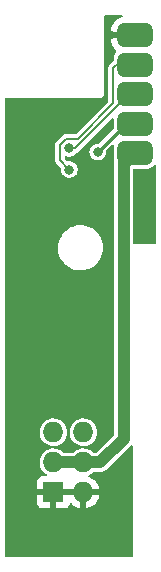
<source format=gbr>
G04 #@! TF.GenerationSoftware,KiCad,Pcbnew,(6.0.1-0)*
G04 #@! TF.CreationDate,2022-08-23T11:55:35-04:00*
G04 #@! TF.ProjectId,feederFloor,66656564-6572-4466-9c6f-6f722e6b6963,rev?*
G04 #@! TF.SameCoordinates,Original*
G04 #@! TF.FileFunction,Copper,L2,Bot*
G04 #@! TF.FilePolarity,Positive*
%FSLAX46Y46*%
G04 Gerber Fmt 4.6, Leading zero omitted, Abs format (unit mm)*
G04 Created by KiCad (PCBNEW (6.0.1-0)) date 2022-08-23 11:55:35*
%MOMM*%
%LPD*%
G01*
G04 APERTURE LIST*
G04 Aperture macros list*
%AMRoundRect*
0 Rectangle with rounded corners*
0 $1 Rounding radius*
0 $2 $3 $4 $5 $6 $7 $8 $9 X,Y pos of 4 corners*
0 Add a 4 corners polygon primitive as box body*
4,1,4,$2,$3,$4,$5,$6,$7,$8,$9,$2,$3,0*
0 Add four circle primitives for the rounded corners*
1,1,$1+$1,$2,$3*
1,1,$1+$1,$4,$5*
1,1,$1+$1,$6,$7*
1,1,$1+$1,$8,$9*
0 Add four rect primitives between the rounded corners*
20,1,$1+$1,$2,$3,$4,$5,0*
20,1,$1+$1,$4,$5,$6,$7,0*
20,1,$1+$1,$6,$7,$8,$9,0*
20,1,$1+$1,$8,$9,$2,$3,0*%
G04 Aperture macros list end*
G04 #@! TA.AperFunction,ComponentPad*
%ADD10R,1.727200X1.727200*%
G04 #@! TD*
G04 #@! TA.AperFunction,ComponentPad*
%ADD11O,1.727200X1.727200*%
G04 #@! TD*
G04 #@! TA.AperFunction,SMDPad,CuDef*
%ADD12RoundRect,0.500000X-1.000000X0.500000X-1.000000X-0.500000X1.000000X-0.500000X1.000000X0.500000X0*%
G04 #@! TD*
G04 #@! TA.AperFunction,ViaPad*
%ADD13C,0.800000*%
G04 #@! TD*
G04 #@! TA.AperFunction,Conductor*
%ADD14C,0.250000*%
G04 #@! TD*
G04 #@! TA.AperFunction,Conductor*
%ADD15C,1.000000*%
G04 #@! TD*
G04 #@! TA.AperFunction,Conductor*
%ADD16C,0.200000*%
G04 #@! TD*
G04 APERTURE END LIST*
D10*
X25650114Y-65813687D03*
D11*
X28190114Y-65813687D03*
X25650114Y-63273687D03*
X28190114Y-63273687D03*
X25650114Y-60733687D03*
X28190114Y-60733687D03*
D12*
X32550114Y-27113687D03*
X32550114Y-29613687D03*
X32550114Y-32113687D03*
X32550114Y-34613687D03*
X32550114Y-37113687D03*
D13*
X28100000Y-33000000D03*
X30400000Y-28400000D03*
X30400000Y-27100000D03*
X30400000Y-25900000D03*
X33400000Y-43800000D03*
X29200000Y-33000000D03*
X27000000Y-33000000D03*
X29400000Y-37000000D03*
X27000000Y-36700000D03*
X27000000Y-38500000D03*
D14*
X31786313Y-34613687D02*
X29400000Y-37000000D01*
X32550114Y-34613687D02*
X31786313Y-34613687D01*
D15*
X32550114Y-37113687D02*
X31600000Y-38063801D01*
X29626313Y-63273687D02*
X28190114Y-63273687D01*
X31600000Y-38063801D02*
X31600000Y-61300000D01*
X25650114Y-63273687D02*
X28190114Y-63273687D01*
X31600000Y-61300000D02*
X29626313Y-63273687D01*
D16*
X27000000Y-36700000D02*
X27500000Y-36700000D01*
X32086313Y-32113687D02*
X32550114Y-32113687D01*
X27500000Y-36700000D02*
X32086313Y-32113687D01*
X30700000Y-29900000D02*
X30986313Y-29613687D01*
X26200000Y-36400000D02*
X26700000Y-35900000D01*
X26200000Y-37700000D02*
X26200000Y-36400000D01*
X30986313Y-29613687D02*
X32550114Y-29613687D01*
X27700000Y-35900000D02*
X30700000Y-32900000D01*
X30700000Y-32900000D02*
X30700000Y-29900000D01*
X26700000Y-35900000D02*
X27700000Y-35900000D01*
X27000000Y-38500000D02*
X26200000Y-37700000D01*
G04 #@! TA.AperFunction,Conductor*
G36*
X31467836Y-25432594D02*
G01*
X31503800Y-25482094D01*
X31503800Y-25543280D01*
X31467836Y-25592780D01*
X31429213Y-25609734D01*
X31258721Y-25644111D01*
X31249509Y-25646928D01*
X31075951Y-25719173D01*
X31067449Y-25723732D01*
X30911235Y-25828309D01*
X30903790Y-25834423D01*
X30770850Y-25967363D01*
X30764736Y-25974808D01*
X30660159Y-26131022D01*
X30655600Y-26139524D01*
X30583355Y-26313082D01*
X30580538Y-26322294D01*
X30543147Y-26507735D01*
X30542236Y-26514993D01*
X30542177Y-26516160D01*
X30542114Y-26518640D01*
X30542114Y-26844007D01*
X30546236Y-26856692D01*
X30550357Y-26859687D01*
X32705114Y-26859687D01*
X32763305Y-26878594D01*
X32799269Y-26928094D01*
X32804114Y-26958687D01*
X32804114Y-27268687D01*
X32785207Y-27326878D01*
X32735707Y-27362842D01*
X32705114Y-27367687D01*
X30557794Y-27367687D01*
X30545109Y-27371809D01*
X30542114Y-27375930D01*
X30542114Y-27708718D01*
X30542177Y-27711214D01*
X30542236Y-27712381D01*
X30543147Y-27719639D01*
X30580538Y-27905080D01*
X30583355Y-27914292D01*
X30655600Y-28087850D01*
X30660159Y-28096352D01*
X30764736Y-28252566D01*
X30770850Y-28260011D01*
X30903790Y-28392951D01*
X30911232Y-28399063D01*
X30942345Y-28419891D01*
X30980183Y-28467974D01*
X30982533Y-28529114D01*
X30964643Y-28563923D01*
X30868450Y-28684421D01*
X30790287Y-28846110D01*
X30749888Y-29021098D01*
X30749614Y-29025850D01*
X30749614Y-29242985D01*
X30730707Y-29301176D01*
X30720618Y-29312989D01*
X30394516Y-29639091D01*
X30394513Y-29639095D01*
X30371950Y-29661658D01*
X30360998Y-29683154D01*
X30352884Y-29696393D01*
X30338704Y-29715910D01*
X30336296Y-29723321D01*
X30331248Y-29738857D01*
X30325305Y-29753203D01*
X30314354Y-29774696D01*
X30313136Y-29782389D01*
X30313135Y-29782391D01*
X30310581Y-29798519D01*
X30306956Y-29813620D01*
X30299500Y-29836567D01*
X30299500Y-32693099D01*
X30280593Y-32751290D01*
X30270504Y-32763103D01*
X27563103Y-35470504D01*
X27508586Y-35498281D01*
X27493099Y-35499500D01*
X26636567Y-35499500D01*
X26613620Y-35506956D01*
X26598519Y-35510581D01*
X26582391Y-35513135D01*
X26582389Y-35513136D01*
X26574696Y-35514354D01*
X26553201Y-35525306D01*
X26538855Y-35531249D01*
X26523320Y-35536296D01*
X26523316Y-35536298D01*
X26515911Y-35538704D01*
X26496390Y-35552887D01*
X26483151Y-35560999D01*
X26468597Y-35568414D01*
X26468595Y-35568416D01*
X26461658Y-35571950D01*
X26439095Y-35594513D01*
X26439091Y-35594516D01*
X25894516Y-36139091D01*
X25894513Y-36139095D01*
X25871950Y-36161658D01*
X25860998Y-36183154D01*
X25852884Y-36196393D01*
X25838704Y-36215910D01*
X25836296Y-36223321D01*
X25831248Y-36238857D01*
X25825305Y-36253203D01*
X25814354Y-36274696D01*
X25813136Y-36282389D01*
X25813135Y-36282391D01*
X25810581Y-36298519D01*
X25806956Y-36313620D01*
X25799500Y-36336567D01*
X25799500Y-37763433D01*
X25806955Y-37786375D01*
X25810581Y-37801481D01*
X25811833Y-37809383D01*
X25814354Y-37825304D01*
X25825305Y-37846797D01*
X25831248Y-37861143D01*
X25838704Y-37884090D01*
X25843285Y-37890395D01*
X25852883Y-37903605D01*
X25860998Y-37916846D01*
X25871950Y-37938342D01*
X25894513Y-37960905D01*
X25894516Y-37960909D01*
X26275208Y-38341601D01*
X26302985Y-38396118D01*
X26303357Y-38424526D01*
X26299346Y-38454996D01*
X26294394Y-38492611D01*
X26295049Y-38498544D01*
X26295049Y-38498548D01*
X26296841Y-38514778D01*
X26312999Y-38661135D01*
X26371266Y-38820356D01*
X26374591Y-38825305D01*
X26374592Y-38825306D01*
X26387689Y-38844796D01*
X26465830Y-38961083D01*
X26591233Y-39075191D01*
X26740235Y-39156092D01*
X26775189Y-39165262D01*
X26898464Y-39197603D01*
X26898468Y-39197604D01*
X26904233Y-39199116D01*
X26910194Y-39199210D01*
X26910197Y-39199210D01*
X26988965Y-39200447D01*
X27073760Y-39201779D01*
X27079575Y-39200447D01*
X27079577Y-39200447D01*
X27233206Y-39165262D01*
X27233209Y-39165261D01*
X27239029Y-39163928D01*
X27254610Y-39156092D01*
X27385165Y-39090429D01*
X27390498Y-39087747D01*
X27395035Y-39083872D01*
X27395038Y-39083870D01*
X27514888Y-38981508D01*
X27514891Y-38981505D01*
X27519423Y-38977634D01*
X27618361Y-38839947D01*
X27681601Y-38682634D01*
X27705490Y-38514778D01*
X27705645Y-38500000D01*
X27690489Y-38374758D01*
X27685993Y-38337602D01*
X27685992Y-38337599D01*
X27685276Y-38331680D01*
X27625345Y-38173077D01*
X27611121Y-38152380D01*
X27532692Y-38038267D01*
X27529312Y-38033349D01*
X27402721Y-37920560D01*
X27395724Y-37916855D01*
X27345749Y-37890395D01*
X27252881Y-37841224D01*
X27158867Y-37817609D01*
X27094231Y-37801373D01*
X27094228Y-37801373D01*
X27088441Y-37799919D01*
X27001133Y-37799462D01*
X26924859Y-37799062D01*
X26924857Y-37799062D01*
X26918895Y-37799031D01*
X26917450Y-37799378D01*
X26859178Y-37787627D01*
X26837775Y-37771382D01*
X26629496Y-37563103D01*
X26601719Y-37508586D01*
X26600500Y-37493099D01*
X26600500Y-37445670D01*
X26619407Y-37387479D01*
X26668907Y-37351515D01*
X26730093Y-37351515D01*
X26735179Y-37353347D01*
X26740235Y-37356092D01*
X26822234Y-37377604D01*
X26898464Y-37397603D01*
X26898468Y-37397604D01*
X26904233Y-37399116D01*
X26910194Y-37399210D01*
X26910197Y-37399210D01*
X26988996Y-37400447D01*
X27073760Y-37401779D01*
X27079575Y-37400447D01*
X27079577Y-37400447D01*
X27233206Y-37365262D01*
X27233209Y-37365261D01*
X27239029Y-37363928D01*
X27254610Y-37356092D01*
X27325662Y-37320356D01*
X27390498Y-37287747D01*
X27395035Y-37283872D01*
X27395038Y-37283870D01*
X27514888Y-37181508D01*
X27514891Y-37181505D01*
X27519423Y-37177634D01*
X27556309Y-37126302D01*
X27605619Y-37090081D01*
X27613898Y-37088070D01*
X27617606Y-37086865D01*
X27625304Y-37085646D01*
X27646797Y-37074695D01*
X27661143Y-37068752D01*
X27676679Y-37063704D01*
X27684090Y-37061296D01*
X27703607Y-37047116D01*
X27716846Y-37039002D01*
X27738342Y-37028050D01*
X27760905Y-37005487D01*
X27760909Y-37005484D01*
X30580610Y-34185783D01*
X30635127Y-34158006D01*
X30695559Y-34167577D01*
X30738824Y-34210842D01*
X30749614Y-34255787D01*
X30749615Y-35007630D01*
X30730708Y-35065821D01*
X30720619Y-35077634D01*
X29527493Y-36270759D01*
X29472976Y-36298536D01*
X29456971Y-36299754D01*
X29324861Y-36299062D01*
X29324859Y-36299062D01*
X29318895Y-36299031D01*
X29313099Y-36300423D01*
X29313095Y-36300423D01*
X29205703Y-36326207D01*
X29154032Y-36338612D01*
X29078700Y-36377494D01*
X29008675Y-36413636D01*
X29008673Y-36413638D01*
X29003369Y-36416375D01*
X28875604Y-36527831D01*
X28778113Y-36666547D01*
X28716524Y-36824513D01*
X28694394Y-36992611D01*
X28695049Y-36998544D01*
X28695049Y-36998548D01*
X28712344Y-37155204D01*
X28712999Y-37161135D01*
X28771266Y-37320356D01*
X28774591Y-37325305D01*
X28774592Y-37325306D01*
X28787689Y-37344796D01*
X28865830Y-37461083D01*
X28991233Y-37575191D01*
X29140235Y-37656092D01*
X29175189Y-37665262D01*
X29298464Y-37697603D01*
X29298468Y-37697604D01*
X29304233Y-37699116D01*
X29310194Y-37699210D01*
X29310197Y-37699210D01*
X29388965Y-37700447D01*
X29473760Y-37701779D01*
X29479575Y-37700447D01*
X29479577Y-37700447D01*
X29633206Y-37665262D01*
X29633209Y-37665261D01*
X29639029Y-37663928D01*
X29654610Y-37656092D01*
X29785165Y-37590429D01*
X29790498Y-37587747D01*
X29795035Y-37583872D01*
X29795038Y-37583870D01*
X29914888Y-37481508D01*
X29914891Y-37481505D01*
X29919423Y-37477634D01*
X29934875Y-37456130D01*
X30014877Y-37344796D01*
X30014878Y-37344794D01*
X30018361Y-37339947D01*
X30038268Y-37290429D01*
X30079377Y-37188167D01*
X30079378Y-37188165D01*
X30081601Y-37182634D01*
X30094773Y-37090081D01*
X30105034Y-37017985D01*
X30105034Y-37017979D01*
X30105490Y-37014778D01*
X30105645Y-37000000D01*
X30100217Y-36955149D01*
X30111996Y-36895110D01*
X30128496Y-36873252D01*
X30586572Y-36415176D01*
X30641089Y-36387399D01*
X30701521Y-36396970D01*
X30744786Y-36440235D01*
X30754357Y-36500667D01*
X30753038Y-36507451D01*
X30750831Y-36517011D01*
X30750830Y-36517017D01*
X30749888Y-36521098D01*
X30749614Y-36525850D01*
X30749615Y-37701523D01*
X30749888Y-37706276D01*
X30750830Y-37710357D01*
X30750831Y-37710363D01*
X30778970Y-37832244D01*
X30790287Y-37881264D01*
X30795588Y-37892230D01*
X30802919Y-37957590D01*
X30801018Y-37965821D01*
X30801017Y-37965826D01*
X30799774Y-37971212D01*
X30799755Y-37976746D01*
X30799634Y-38011282D01*
X30799601Y-38012282D01*
X30799500Y-38013084D01*
X30799500Y-38049693D01*
X30799147Y-38150801D01*
X30799406Y-38151960D01*
X30799500Y-38153695D01*
X30799500Y-60927414D01*
X30780593Y-60985605D01*
X30770504Y-60997418D01*
X29323731Y-62444191D01*
X29269214Y-62471968D01*
X29253727Y-62473187D01*
X29077944Y-62473187D01*
X29019753Y-62454280D01*
X29010743Y-62446885D01*
X28977154Y-62415836D01*
X28901809Y-62346188D01*
X28877537Y-62330873D01*
X28724705Y-62234444D01*
X28720868Y-62232023D01*
X28522153Y-62152743D01*
X28312317Y-62111004D01*
X28205352Y-62109604D01*
X28102927Y-62108263D01*
X28102923Y-62108263D01*
X28098388Y-62108204D01*
X28093913Y-62108973D01*
X28093912Y-62108973D01*
X27892001Y-62143668D01*
X27887532Y-62144436D01*
X27795375Y-62178434D01*
X27691072Y-62216913D01*
X27691069Y-62216914D01*
X27686809Y-62218486D01*
X27682906Y-62220808D01*
X27682904Y-62220809D01*
X27664055Y-62232023D01*
X27502942Y-62327876D01*
X27499527Y-62330871D01*
X27499524Y-62330873D01*
X27365261Y-62448619D01*
X27309045Y-62472772D01*
X27299986Y-62473187D01*
X26537944Y-62473187D01*
X26479753Y-62454280D01*
X26470743Y-62446885D01*
X26437154Y-62415836D01*
X26361809Y-62346188D01*
X26337537Y-62330873D01*
X26184705Y-62234444D01*
X26180868Y-62232023D01*
X25982153Y-62152743D01*
X25772317Y-62111004D01*
X25665352Y-62109604D01*
X25562927Y-62108263D01*
X25562923Y-62108263D01*
X25558388Y-62108204D01*
X25553913Y-62108973D01*
X25553912Y-62108973D01*
X25352001Y-62143668D01*
X25347532Y-62144436D01*
X25255375Y-62178434D01*
X25151072Y-62216913D01*
X25151069Y-62216914D01*
X25146809Y-62218486D01*
X25142906Y-62220808D01*
X25142904Y-62220809D01*
X25124055Y-62232023D01*
X24962942Y-62327876D01*
X24959527Y-62330871D01*
X24959524Y-62330873D01*
X24942061Y-62346188D01*
X24802088Y-62468941D01*
X24669635Y-62636957D01*
X24570018Y-62826297D01*
X24506574Y-63030620D01*
X24481428Y-63243084D01*
X24495420Y-63456572D01*
X24548084Y-63663936D01*
X24637655Y-63858230D01*
X24761133Y-64032948D01*
X24914384Y-64182238D01*
X24918157Y-64184759D01*
X25031919Y-64260773D01*
X25069798Y-64308823D01*
X25072200Y-64369961D01*
X25038207Y-64420835D01*
X24976917Y-64442088D01*
X24741103Y-64442088D01*
X24735763Y-64442377D01*
X24682479Y-64448165D01*
X24670494Y-64451014D01*
X24546659Y-64497438D01*
X24534406Y-64504146D01*
X24429258Y-64582950D01*
X24419377Y-64592831D01*
X24340573Y-64697979D01*
X24333865Y-64710232D01*
X24287442Y-64834065D01*
X24284591Y-64846054D01*
X24278803Y-64899339D01*
X24278514Y-64904673D01*
X24278514Y-65544007D01*
X24282636Y-65556692D01*
X24286757Y-65559687D01*
X29524916Y-65559687D01*
X29536867Y-65555804D01*
X29537195Y-65546148D01*
X29493979Y-65374098D01*
X29491366Y-65366422D01*
X29404675Y-65167045D01*
X29400842Y-65159898D01*
X29282750Y-64977356D01*
X29277811Y-64970942D01*
X29131483Y-64810129D01*
X29125560Y-64804605D01*
X28954935Y-64669854D01*
X28948191Y-64665374D01*
X28757849Y-64560299D01*
X28750463Y-64556979D01*
X28667235Y-64527507D01*
X28618694Y-64490259D01*
X28601316Y-64431594D01*
X28621740Y-64373918D01*
X28660016Y-64343744D01*
X28661331Y-64343159D01*
X28665625Y-64341701D01*
X28669577Y-64339488D01*
X28669581Y-64339486D01*
X28848333Y-64239379D01*
X28852292Y-64237162D01*
X29016783Y-64100356D01*
X29017418Y-64101119D01*
X29067885Y-64075406D01*
X29083372Y-64074187D01*
X29617322Y-64074187D01*
X29618360Y-64074192D01*
X29707720Y-64075128D01*
X29750954Y-64065780D01*
X29760829Y-64064164D01*
X29772326Y-64062874D01*
X29799288Y-64059850D01*
X29799292Y-64059849D01*
X29804785Y-64059233D01*
X29810005Y-64057415D01*
X29810010Y-64057414D01*
X29837630Y-64047795D01*
X29849268Y-64044524D01*
X29877843Y-64038346D01*
X29883255Y-64037176D01*
X29888269Y-64034838D01*
X29888275Y-64034836D01*
X29923337Y-64018486D01*
X29932619Y-64014717D01*
X29969157Y-64001993D01*
X29974386Y-64000172D01*
X30003879Y-63981743D01*
X30014500Y-63975977D01*
X30041006Y-63963617D01*
X30041013Y-63963613D01*
X30046020Y-63961278D01*
X30050386Y-63957891D01*
X30050393Y-63957887D01*
X30080972Y-63934167D01*
X30089188Y-63928435D01*
X30126688Y-63905003D01*
X30155141Y-63876748D01*
X30155850Y-63876085D01*
X30156490Y-63875588D01*
X30182350Y-63849728D01*
X30182595Y-63849485D01*
X30251712Y-63780849D01*
X30251718Y-63780842D01*
X30254120Y-63778457D01*
X30254755Y-63777456D01*
X30255915Y-63776163D01*
X32159712Y-61872366D01*
X32160450Y-61871636D01*
X32181848Y-61850682D01*
X32236653Y-61823478D01*
X32296981Y-61833682D01*
X32339790Y-61877398D01*
X32350114Y-61921416D01*
X32350114Y-71214687D01*
X32331207Y-71272878D01*
X32281707Y-71308842D01*
X32251114Y-71313687D01*
X21649114Y-71313687D01*
X21590923Y-71294780D01*
X21554959Y-71245280D01*
X21550114Y-71214687D01*
X21550114Y-66722698D01*
X24278515Y-66722698D01*
X24278804Y-66728038D01*
X24284592Y-66781322D01*
X24287441Y-66793307D01*
X24333865Y-66917142D01*
X24340573Y-66929395D01*
X24419377Y-67034543D01*
X24429258Y-67044424D01*
X24534406Y-67123228D01*
X24546659Y-67129936D01*
X24670492Y-67176359D01*
X24682481Y-67179210D01*
X24735766Y-67184998D01*
X24741100Y-67185287D01*
X25380434Y-67185287D01*
X25393119Y-67181165D01*
X25396114Y-67177044D01*
X25396114Y-67169606D01*
X25904114Y-67169606D01*
X25908236Y-67182291D01*
X25912357Y-67185286D01*
X26559125Y-67185286D01*
X26564465Y-67184997D01*
X26617749Y-67179209D01*
X26629734Y-67176360D01*
X26753569Y-67129936D01*
X26765822Y-67123228D01*
X26870970Y-67044424D01*
X26880851Y-67034543D01*
X26959655Y-66929395D01*
X26966363Y-66917142D01*
X27012785Y-66793311D01*
X27013585Y-66789947D01*
X27014783Y-66787983D01*
X27014966Y-66787494D01*
X27015059Y-66787529D01*
X27045439Y-66737707D01*
X27101915Y-66714168D01*
X27161442Y-66728319D01*
X27184730Y-66748025D01*
X27224511Y-66793949D01*
X27230294Y-66799612D01*
X27397573Y-66938491D01*
X27404208Y-66943137D01*
X27591930Y-67052832D01*
X27599226Y-67056328D01*
X27802344Y-67133891D01*
X27810114Y-67136149D01*
X27920751Y-67158658D01*
X27933960Y-67157153D01*
X27936114Y-67148972D01*
X27936114Y-67148351D01*
X28444114Y-67148351D01*
X28448236Y-67161036D01*
X28449764Y-67162147D01*
X28454998Y-67162637D01*
X28472234Y-67160429D01*
X28480157Y-67158745D01*
X28688397Y-67096269D01*
X28695945Y-67093311D01*
X28891192Y-66997661D01*
X28898147Y-66993514D01*
X29075151Y-66867259D01*
X29081335Y-66862033D01*
X29235339Y-66708566D01*
X29240595Y-66702389D01*
X29367461Y-66525836D01*
X29371634Y-66518891D01*
X29467966Y-66323979D01*
X29470946Y-66316455D01*
X29534152Y-66108418D01*
X29535862Y-66100505D01*
X29538136Y-66083232D01*
X29535706Y-66070118D01*
X29534404Y-66068882D01*
X29529122Y-66067687D01*
X28459794Y-66067687D01*
X28447109Y-66071809D01*
X28444114Y-66075930D01*
X28444114Y-67148351D01*
X27936114Y-67148351D01*
X27936114Y-66083367D01*
X27931992Y-66070682D01*
X27927871Y-66067687D01*
X25919794Y-66067687D01*
X25907109Y-66071809D01*
X25904114Y-66075930D01*
X25904114Y-67169606D01*
X25396114Y-67169606D01*
X25396114Y-66083367D01*
X25391992Y-66070682D01*
X25387871Y-66067687D01*
X24294195Y-66067687D01*
X24281510Y-66071809D01*
X24278515Y-66075930D01*
X24278515Y-66722698D01*
X21550114Y-66722698D01*
X21550114Y-60703084D01*
X24481428Y-60703084D01*
X24495420Y-60916572D01*
X24496536Y-60920965D01*
X24496536Y-60920967D01*
X24519378Y-61010907D01*
X24548084Y-61123936D01*
X24637655Y-61318230D01*
X24761133Y-61492948D01*
X24914384Y-61642238D01*
X25092274Y-61761101D01*
X25288846Y-61845555D01*
X25497518Y-61892772D01*
X25604409Y-61896972D01*
X25706766Y-61900994D01*
X25706767Y-61900994D01*
X25711299Y-61901172D01*
X25923032Y-61870472D01*
X25927331Y-61869013D01*
X25927334Y-61869012D01*
X26121324Y-61803161D01*
X26125625Y-61801701D01*
X26186251Y-61767749D01*
X26308333Y-61699379D01*
X26312292Y-61697162D01*
X26476783Y-61560356D01*
X26613589Y-61395865D01*
X26718128Y-61209198D01*
X26786899Y-61006605D01*
X26799953Y-60916572D01*
X26817179Y-60797771D01*
X26817179Y-60797765D01*
X26817599Y-60794872D01*
X26819201Y-60733687D01*
X26816389Y-60703084D01*
X27021428Y-60703084D01*
X27035420Y-60916572D01*
X27036536Y-60920965D01*
X27036536Y-60920967D01*
X27059378Y-61010907D01*
X27088084Y-61123936D01*
X27177655Y-61318230D01*
X27301133Y-61492948D01*
X27454384Y-61642238D01*
X27632274Y-61761101D01*
X27828846Y-61845555D01*
X28037518Y-61892772D01*
X28144409Y-61896972D01*
X28246766Y-61900994D01*
X28246767Y-61900994D01*
X28251299Y-61901172D01*
X28463032Y-61870472D01*
X28467331Y-61869013D01*
X28467334Y-61869012D01*
X28661324Y-61803161D01*
X28665625Y-61801701D01*
X28726251Y-61767749D01*
X28848333Y-61699379D01*
X28852292Y-61697162D01*
X29016783Y-61560356D01*
X29153589Y-61395865D01*
X29258128Y-61209198D01*
X29326899Y-61006605D01*
X29339953Y-60916572D01*
X29357179Y-60797771D01*
X29357179Y-60797765D01*
X29357599Y-60794872D01*
X29359201Y-60733687D01*
X29339625Y-60520638D01*
X29281551Y-60314724D01*
X29269667Y-60290626D01*
X29188936Y-60126918D01*
X29188934Y-60126914D01*
X29186925Y-60122841D01*
X29058915Y-59951415D01*
X28901809Y-59806188D01*
X28877537Y-59790873D01*
X28724705Y-59694444D01*
X28720868Y-59692023D01*
X28522153Y-59612743D01*
X28312317Y-59571004D01*
X28205352Y-59569604D01*
X28102927Y-59568263D01*
X28102923Y-59568263D01*
X28098388Y-59568204D01*
X28093913Y-59568973D01*
X28093912Y-59568973D01*
X27892001Y-59603668D01*
X27887532Y-59604436D01*
X27795375Y-59638434D01*
X27691072Y-59676913D01*
X27691069Y-59676914D01*
X27686809Y-59678486D01*
X27682906Y-59680808D01*
X27682904Y-59680809D01*
X27664055Y-59692023D01*
X27502942Y-59787876D01*
X27499527Y-59790871D01*
X27499524Y-59790873D01*
X27482061Y-59806188D01*
X27342088Y-59928941D01*
X27209635Y-60096957D01*
X27110018Y-60286297D01*
X27046574Y-60490620D01*
X27021428Y-60703084D01*
X26816389Y-60703084D01*
X26799625Y-60520638D01*
X26741551Y-60314724D01*
X26729667Y-60290626D01*
X26648936Y-60126918D01*
X26648934Y-60126914D01*
X26646925Y-60122841D01*
X26518915Y-59951415D01*
X26361809Y-59806188D01*
X26337537Y-59790873D01*
X26184705Y-59694444D01*
X26180868Y-59692023D01*
X25982153Y-59612743D01*
X25772317Y-59571004D01*
X25665352Y-59569604D01*
X25562927Y-59568263D01*
X25562923Y-59568263D01*
X25558388Y-59568204D01*
X25553913Y-59568973D01*
X25553912Y-59568973D01*
X25352001Y-59603668D01*
X25347532Y-59604436D01*
X25255375Y-59638434D01*
X25151072Y-59676913D01*
X25151069Y-59676914D01*
X25146809Y-59678486D01*
X25142906Y-59680808D01*
X25142904Y-59680809D01*
X25124055Y-59692023D01*
X24962942Y-59787876D01*
X24959527Y-59790871D01*
X24959524Y-59790873D01*
X24942061Y-59806188D01*
X24802088Y-59928941D01*
X24669635Y-60096957D01*
X24570018Y-60286297D01*
X24506574Y-60490620D01*
X24481428Y-60703084D01*
X21550114Y-60703084D01*
X21550114Y-45156920D01*
X26045020Y-45156920D01*
X26045360Y-45160482D01*
X26045360Y-45160489D01*
X26068062Y-45398422D01*
X26071216Y-45431479D01*
X26136771Y-45699381D01*
X26240313Y-45955013D01*
X26379672Y-46193022D01*
X26551930Y-46408419D01*
X26753478Y-46596695D01*
X26980093Y-46753903D01*
X26983298Y-46755498D01*
X26983304Y-46755501D01*
X27223813Y-46875153D01*
X27223818Y-46875155D01*
X27227028Y-46876752D01*
X27230439Y-46877870D01*
X27230441Y-46877871D01*
X27485707Y-46961551D01*
X27485710Y-46961552D01*
X27489112Y-46962667D01*
X27760852Y-47009849D01*
X27811274Y-47012359D01*
X27846758Y-47014126D01*
X27846771Y-47014126D01*
X27847990Y-47014187D01*
X28020184Y-47014187D01*
X28225197Y-46999312D01*
X28255604Y-46992599D01*
X28491018Y-46940624D01*
X28491024Y-46940622D01*
X28494517Y-46939851D01*
X28497866Y-46938582D01*
X28497870Y-46938581D01*
X28661065Y-46876752D01*
X28752433Y-46842136D01*
X28993542Y-46708212D01*
X29212792Y-46540885D01*
X29405591Y-46343661D01*
X29517490Y-46189929D01*
X29565796Y-46123563D01*
X29567901Y-46120671D01*
X29696320Y-45876586D01*
X29788159Y-45616519D01*
X29841494Y-45345919D01*
X29855208Y-45070454D01*
X29854868Y-45066892D01*
X29854868Y-45066885D01*
X29829353Y-44799466D01*
X29829352Y-44799462D01*
X29829012Y-44795895D01*
X29763457Y-44527993D01*
X29659915Y-44272361D01*
X29520556Y-44034352D01*
X29348298Y-43818955D01*
X29146750Y-43630679D01*
X28920135Y-43473471D01*
X28916930Y-43471876D01*
X28916924Y-43471873D01*
X28676415Y-43352221D01*
X28676410Y-43352219D01*
X28673200Y-43350622D01*
X28669789Y-43349504D01*
X28669787Y-43349503D01*
X28414521Y-43265823D01*
X28414518Y-43265822D01*
X28411116Y-43264707D01*
X28139376Y-43217525D01*
X28088954Y-43215015D01*
X28053470Y-43213248D01*
X28053457Y-43213248D01*
X28052238Y-43213187D01*
X27880044Y-43213187D01*
X27675031Y-43228062D01*
X27671520Y-43228837D01*
X27671521Y-43228837D01*
X27409210Y-43286750D01*
X27409204Y-43286752D01*
X27405711Y-43287523D01*
X27402362Y-43288792D01*
X27402358Y-43288793D01*
X27298299Y-43328217D01*
X27147795Y-43385238D01*
X26906686Y-43519162D01*
X26687436Y-43686489D01*
X26494637Y-43883713D01*
X26492528Y-43886610D01*
X26492525Y-43886614D01*
X26334432Y-44103811D01*
X26332327Y-44106703D01*
X26203908Y-44350788D01*
X26112069Y-44610855D01*
X26058734Y-44881455D01*
X26045020Y-45156920D01*
X21550114Y-45156920D01*
X21550114Y-32512687D01*
X21569021Y-32454496D01*
X21618521Y-32418532D01*
X21649114Y-32413687D01*
X29594497Y-32413687D01*
X29604159Y-32414160D01*
X29611555Y-32414885D01*
X29620332Y-32417427D01*
X29629433Y-32416639D01*
X29629435Y-32416639D01*
X29659255Y-32414056D01*
X29667797Y-32413687D01*
X29678019Y-32413687D01*
X29682497Y-32412853D01*
X29682508Y-32412852D01*
X29685868Y-32412226D01*
X29695450Y-32410921D01*
X29702252Y-32410332D01*
X29722568Y-32408573D01*
X29722570Y-32408572D01*
X29731674Y-32407784D01*
X29739885Y-32403770D01*
X29745539Y-32402202D01*
X29750998Y-32400095D01*
X29759984Y-32398422D01*
X29790951Y-32379334D01*
X29799420Y-32374669D01*
X29823867Y-32362719D01*
X29823868Y-32362718D01*
X29832080Y-32358704D01*
X29838294Y-32352005D01*
X29842997Y-32348512D01*
X29847341Y-32344573D01*
X29855121Y-32339778D01*
X29877133Y-32310831D01*
X29883356Y-32303428D01*
X29901870Y-32283470D01*
X29901870Y-32283469D01*
X29908085Y-32276770D01*
X29911472Y-32268281D01*
X29914602Y-32263330D01*
X29917235Y-32258095D01*
X29922768Y-32250818D01*
X29932880Y-32215898D01*
X29936021Y-32206749D01*
X29946911Y-32179454D01*
X29946911Y-32179453D01*
X29949499Y-32172967D01*
X29950114Y-32166694D01*
X29950114Y-32165756D01*
X29950846Y-32161387D01*
X29950420Y-32161345D01*
X29951312Y-32152246D01*
X29953854Y-32143469D01*
X29952436Y-32127089D01*
X29950483Y-32104546D01*
X29950114Y-32096004D01*
X29950114Y-25512687D01*
X29969021Y-25454496D01*
X30018521Y-25418532D01*
X30049114Y-25413687D01*
X31409645Y-25413687D01*
X31467836Y-25432594D01*
G37*
G04 #@! TD.AperFunction*
G04 #@! TA.AperFunction,Conductor*
G36*
X34285946Y-38084744D02*
G01*
X34333764Y-38122917D01*
X34350114Y-38177414D01*
X34350114Y-44714687D01*
X34331207Y-44772878D01*
X34281707Y-44808842D01*
X34251114Y-44813687D01*
X32705731Y-44813687D01*
X32696069Y-44813214D01*
X32688673Y-44812489D01*
X32679896Y-44809947D01*
X32670795Y-44810735D01*
X32670793Y-44810735D01*
X32640973Y-44813318D01*
X32632431Y-44813687D01*
X32622209Y-44813687D01*
X32617731Y-44814521D01*
X32617720Y-44814522D01*
X32614360Y-44815148D01*
X32604778Y-44816453D01*
X32597976Y-44817042D01*
X32577660Y-44818801D01*
X32577658Y-44818802D01*
X32568554Y-44819590D01*
X32560341Y-44823605D01*
X32554683Y-44825174D01*
X32549228Y-44827279D01*
X32540244Y-44828952D01*
X32534043Y-44832774D01*
X32474044Y-44836024D01*
X32422672Y-44802790D01*
X32400500Y-44740353D01*
X32400500Y-38513187D01*
X32419407Y-38454996D01*
X32468907Y-38419032D01*
X32499500Y-38414187D01*
X33620537Y-38414186D01*
X33637950Y-38414186D01*
X33642703Y-38413913D01*
X33646784Y-38412971D01*
X33646790Y-38412970D01*
X33812304Y-38374758D01*
X33812307Y-38374757D01*
X33817691Y-38373514D01*
X33979380Y-38295351D01*
X34119734Y-38183307D01*
X34173745Y-38115650D01*
X34224824Y-38081969D01*
X34285946Y-38084744D01*
G37*
G04 #@! TD.AperFunction*
M02*

</source>
